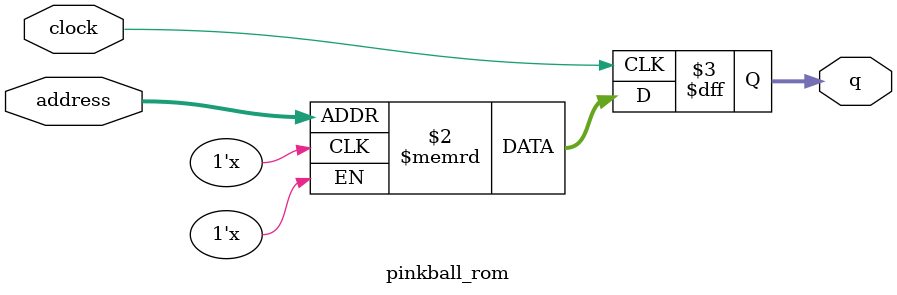
<source format=sv>
module pinkball_rom (
	input logic clock,
	input logic [8:0] address,
	output logic [7:0] q
);

logic [7:0] memory [0:399] /* synthesis ram_init_file = "./pinkball/pinkball.mif" */;

always_ff @ (posedge clock) begin
	q <= memory[address];
end

endmodule

</source>
